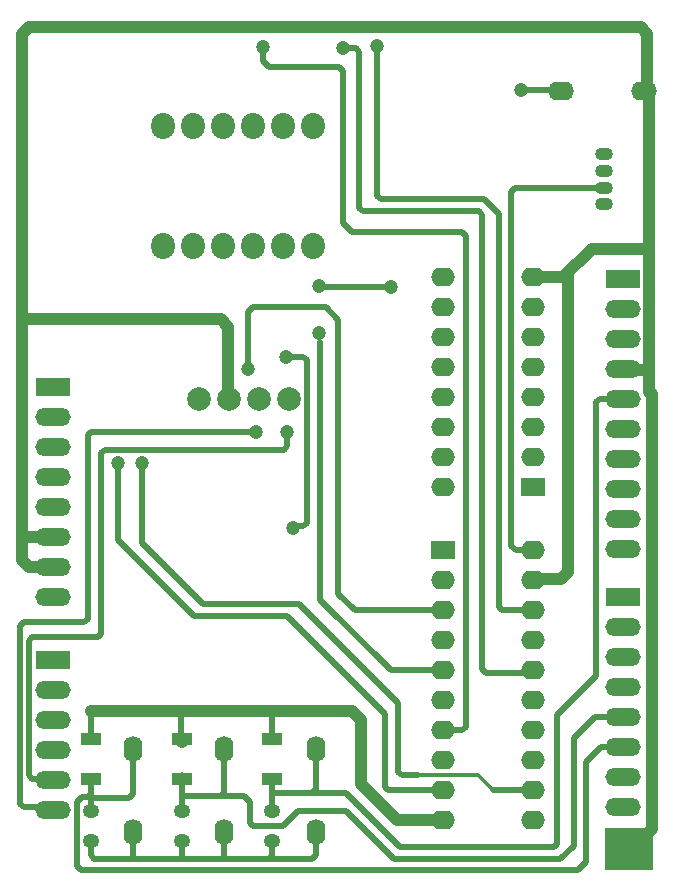
<source format=gbr>
G04*
G04 #@! TF.GenerationSoftware,Altium Limited,Altium Designer,24.2.2 (26)*
G04*
G04 Layer_Physical_Order=1*
G04 Layer_Color=255*
%FSLAX44Y44*%
%MOMM*%
G71*
G04*
G04 #@! TF.SameCoordinates,78B911D5-5985-4408-A007-20F9D0B7CA3B*
G04*
G04*
G04 #@! TF.FilePolarity,Positive*
G04*
G01*
G75*
%ADD14R,1.7000X1.0500*%
%ADD15O,2.2000X1.6000*%
%ADD16O,1.6000X2.2000*%
%ADD29C,0.5000*%
%ADD30C,1.0000*%
%ADD31C,0.3000*%
%ADD32R,4.0640X3.5560*%
%ADD33O,1.4000X1.2000*%
%ADD34O,2.0000X2.2000*%
%ADD35O,3.0000X1.5000*%
%ADD36R,3.0000X1.5000*%
%ADD37O,1.5000X1.1000*%
%ADD38O,2.0000X1.6000*%
%ADD39C,2.0000*%
%ADD40R,2.0000X1.6000*%
%ADD41C,1.2000*%
D14*
X222250Y84570D02*
D03*
Y118070D02*
D03*
X68580Y84570D02*
D03*
Y118070D02*
D03*
X146050Y84570D02*
D03*
Y118070D02*
D03*
D15*
X536650Y666750D02*
D03*
X466650D02*
D03*
D16*
X259080Y39930D02*
D03*
Y109930D02*
D03*
X181610Y39930D02*
D03*
Y109930D02*
D03*
X104140Y39930D02*
D03*
Y109930D02*
D03*
D29*
X60079Y7620D02*
X481330D01*
X57150Y36469D02*
Y64671D01*
X57080Y36399D02*
X57150Y36469D01*
X57080Y10619D02*
X60079Y7620D01*
X57080Y10619D02*
Y36399D01*
X57150Y64671D02*
X61319Y68840D01*
X18819Y84522D02*
X36128D01*
X15890Y87451D02*
X18819Y84522D01*
X15890Y87451D02*
Y201541D01*
X36128Y84522D02*
X36830Y83820D01*
X18819Y204470D02*
X74541D01*
X15890Y201541D02*
X18819Y204470D01*
X222250Y57750D02*
Y72675D01*
X222250D02*
Y84570D01*
Y72675D02*
X256151D01*
X145415Y71120D02*
Y82665D01*
X146050Y83300D01*
X145415Y57750D02*
Y71120D01*
X146685Y69850D02*
X178681D01*
X145415Y71120D02*
X146685Y69850D01*
X145415Y83935D02*
Y87600D01*
Y83935D02*
X146050Y83300D01*
X68580Y71820D02*
Y84570D01*
X68580Y57450D02*
Y68580D01*
X104140Y71509D02*
Y109930D01*
X101211Y68580D02*
X104140Y71509D01*
X68580Y68580D02*
X101211D01*
X65600Y68840D02*
X66960Y70200D01*
X61319Y68840D02*
X65600D01*
X481330Y7620D02*
X487680Y13970D01*
Y99060D01*
X500380Y111760D01*
X519430D01*
X424380Y581860D02*
X427741Y585221D01*
X502920D01*
X424380Y282129D02*
Y581860D01*
Y282129D02*
X428379Y278130D01*
X443230D01*
X328930Y90559D02*
Y148590D01*
X163830Y232410D02*
X245110D01*
X328930Y148590D01*
X234950Y222250D02*
X317500Y139700D01*
Y77859D02*
Y139700D01*
X156210Y222250D02*
X234950D01*
X314079Y575310D02*
X401320D01*
X414020Y230259D02*
Y562610D01*
X401320Y575310D02*
X414020Y562610D01*
X80399Y363220D02*
X232021D01*
X234950Y366149D02*
Y378460D01*
X232021Y363220D02*
X234950Y366149D01*
X68969Y378460D02*
X208280D01*
X66040Y375531D02*
X68969Y378460D01*
X77470Y207399D02*
Y360291D01*
X80399Y363220D01*
X74541Y204470D02*
X77470Y207399D01*
X8890Y63262D02*
X11819Y60333D01*
X34917D01*
X8890Y63262D02*
Y214241D01*
X11819Y217170D02*
X63111D01*
X8890Y214241D02*
X11819Y217170D01*
X66040Y220099D02*
Y375531D01*
X63111Y217170D02*
X66040Y220099D01*
X34917Y60333D02*
X36830Y58420D01*
X262890Y236220D02*
X322580Y176530D01*
X262890Y236220D02*
Y454660D01*
X322580Y176530D02*
X367030D01*
X91440Y287020D02*
X156210Y222250D01*
X91440Y287020D02*
Y350520D01*
X111760Y284480D02*
Y354330D01*
Y284480D02*
X163830Y232410D01*
X499499Y406400D02*
X519430D01*
X496570Y403471D02*
X499499Y406400D01*
X496570Y171450D02*
Y403471D01*
X463550Y138430D02*
X496570Y171450D01*
X240030Y297180D02*
X241116Y298266D01*
X248531D01*
X251460Y301195D01*
Y439031D01*
X233680Y441960D02*
X248531D01*
X251460Y439031D01*
X201930Y431800D02*
Y479671D01*
X206129Y483870D01*
X267581D02*
X278130Y473321D01*
X206129Y483870D02*
X267581D01*
X278130Y241300D02*
Y473321D01*
Y241300D02*
X292100Y227330D01*
X367030D01*
X433070Y668020D02*
X433705Y667385D01*
X466015D01*
X466650Y666750D01*
X311150Y578239D02*
Y704850D01*
X284195Y72675D02*
X330200Y26670D01*
X256151Y72675D02*
X284195D01*
X330200Y26670D02*
X460621D01*
X325120Y16510D02*
X466090D01*
X243840Y57150D02*
X284480D01*
X325120Y16510D01*
X222250Y115600D02*
Y142240D01*
X466090Y16510D02*
X477520Y27940D01*
X495300Y137160D02*
X519430D01*
X477520Y27940D02*
Y119380D01*
X495300Y137160D01*
X463550Y29599D02*
Y138430D01*
X144780Y116235D02*
Y139700D01*
X68580Y115600D02*
Y141851D01*
X102870Y17093D02*
X104140Y18363D01*
X256151Y17093D02*
X259080Y20022D01*
X181610Y18363D02*
Y39930D01*
X219710Y17093D02*
X256151D01*
X68580Y20022D02*
Y31750D01*
X219710Y17093D02*
X222250Y19633D01*
X71509Y17093D02*
X102870D01*
X104140Y18363D02*
Y39930D01*
X222250Y19633D02*
Y31750D01*
X259080Y20022D02*
Y39930D01*
X144780Y17093D02*
X180340D01*
X145415Y17728D02*
Y31750D01*
X180340Y17093D02*
X219710D01*
X102870D02*
X144780D01*
X145415Y17728D01*
X180340Y17093D02*
X181610Y18363D01*
X68580Y20022D02*
X71509Y17093D01*
X231140Y44450D02*
X243840Y57150D01*
X203200Y47379D02*
Y64770D01*
Y47379D02*
X206129Y44450D01*
X231140D01*
X198120Y69850D02*
X203200Y64770D01*
X178681Y69850D02*
X198120D01*
X460621Y26670D02*
X463550Y29599D01*
X320429Y74930D02*
X367030D01*
X317500Y77859D02*
X320429Y74930D01*
X331859Y87630D02*
X345440D01*
X328930Y90559D02*
X331859Y87630D01*
X256151Y72675D02*
X259080Y75604D01*
X281940Y554990D02*
Y684141D01*
X214511Y703905D02*
X214630Y703785D01*
Y692150D02*
Y703785D01*
Y692150D02*
X219710Y687070D01*
X279011D02*
X281940Y684141D01*
X219710Y687070D02*
X279011D01*
X282127Y703309D02*
X292981D01*
X295910Y700381D01*
Y568079D02*
Y700381D01*
X298839Y565150D02*
X397121D01*
X295910Y568079D02*
X298839Y565150D01*
X311150Y578239D02*
X314079Y575310D01*
X281940Y554990D02*
X289560Y547370D01*
X386080Y128659D02*
Y544441D01*
X383151Y547370D02*
X386080Y544441D01*
X289560Y547370D02*
X383151D01*
X367030Y125730D02*
X383151D01*
X386080Y128659D01*
X261844Y501426D02*
X322395D01*
X261620Y501650D02*
X261844Y501426D01*
X322395D02*
X322620Y501201D01*
X416949Y227330D02*
X443230D01*
X414020Y230259D02*
X416949Y227330D01*
X400050Y177354D02*
X402979Y174425D01*
X400050Y177354D02*
Y562221D01*
X397121Y565150D02*
X400050Y562221D01*
X402979Y174425D02*
X441125D01*
X443230Y176530D01*
X408728Y74930D02*
X443230D01*
X408728Y74930D02*
X408728Y74930D01*
X259080Y75604D02*
Y109930D01*
X181610Y72779D02*
Y109930D01*
X178681Y69850D02*
X181610Y72779D01*
D30*
X537210Y35560D02*
X543560Y41910D01*
X541430Y430843D02*
Y657892D01*
X543560Y41910D02*
Y410276D01*
X541430Y412406D02*
X543560Y410276D01*
X541430Y412406D02*
Y430843D01*
X538027Y666750D02*
X540798Y663978D01*
Y658524D02*
Y663978D01*
Y658524D02*
X541430Y657892D01*
X537210Y34290D02*
Y35560D01*
X536650Y666750D02*
X538027D01*
X520387Y430843D02*
X539750D01*
X443230Y509270D02*
X468630D01*
X539750Y666750D02*
Y715502D01*
Y17780D02*
Y34290D01*
X16018Y264160D02*
X36830D01*
X10160Y270018D02*
X16018Y264160D01*
X10160Y270018D02*
Y286631D01*
X327660Y49530D02*
X367030D01*
X468630Y509270D02*
X472440D01*
X538480Y16510D02*
X539750Y17780D01*
X492760Y533400D02*
X539750D01*
X468630Y509270D02*
X492760Y533400D01*
X444378Y253878D02*
X466582D01*
X472440Y259736D01*
Y509270D01*
X16018Y721360D02*
X533892D01*
X539750Y715502D01*
X222250Y142240D02*
X289560D01*
X68969D02*
X222250D01*
X10160Y473710D02*
Y715502D01*
Y286631D02*
Y473710D01*
X178292D01*
X184850Y408450D02*
Y467152D01*
X178292Y473710D02*
X184850Y467152D01*
X443230Y252730D02*
X444378Y253878D01*
X519430Y431800D02*
X520387Y430843D01*
X10160Y715502D02*
X16018Y721360D01*
X297180Y80010D02*
Y134620D01*
Y80010D02*
X327660Y49530D01*
X289560Y142240D02*
X297180Y134620D01*
X13089Y289560D02*
X36830D01*
X10160Y286631D02*
X13089Y289560D01*
X144780Y116235D02*
X145415Y115600D01*
D31*
X345440Y87630D02*
X396028D01*
X408728Y74930D01*
D32*
X524510Y25400D02*
D03*
D33*
X68580Y32050D02*
D03*
Y57450D02*
D03*
X145415Y32050D02*
D03*
Y57450D02*
D03*
X222250Y32050D02*
D03*
Y57450D02*
D03*
D34*
X129540Y535940D02*
D03*
X154940D02*
D03*
X180340D02*
D03*
X129540Y637540D02*
D03*
X154940D02*
D03*
X180340D02*
D03*
X205740Y535940D02*
D03*
X231140D02*
D03*
X256540D02*
D03*
X205740Y637540D02*
D03*
X231140D02*
D03*
X256540D02*
D03*
D35*
X36830Y238760D02*
D03*
Y264160D02*
D03*
Y289560D02*
D03*
Y314960D02*
D03*
Y340360D02*
D03*
Y365760D02*
D03*
Y391160D02*
D03*
X519430Y213360D02*
D03*
Y187960D02*
D03*
Y162560D02*
D03*
Y137160D02*
D03*
Y111760D02*
D03*
Y86360D02*
D03*
Y60960D02*
D03*
X36830Y58420D02*
D03*
Y83820D02*
D03*
Y109220D02*
D03*
Y134620D02*
D03*
Y160020D02*
D03*
X519430Y482600D02*
D03*
Y457200D02*
D03*
Y431800D02*
D03*
Y406400D02*
D03*
Y381000D02*
D03*
Y355600D02*
D03*
Y330200D02*
D03*
Y304800D02*
D03*
Y279400D02*
D03*
D36*
X36830Y416560D02*
D03*
X519430Y238760D02*
D03*
X36830Y185420D02*
D03*
X519430Y508000D02*
D03*
D37*
X502920Y571082D02*
D03*
Y585221D02*
D03*
Y599360D02*
D03*
Y613500D02*
D03*
D38*
X367030Y483870D02*
D03*
Y458470D02*
D03*
Y433070D02*
D03*
X443230Y356870D02*
D03*
Y382270D02*
D03*
Y407670D02*
D03*
Y433070D02*
D03*
Y458470D02*
D03*
Y483870D02*
D03*
X367030Y331470D02*
D03*
Y356870D02*
D03*
Y382270D02*
D03*
Y407670D02*
D03*
X443230Y509270D02*
D03*
X367030D02*
D03*
X443230Y49530D02*
D03*
Y74930D02*
D03*
X367030Y49530D02*
D03*
Y252730D02*
D03*
Y227330D02*
D03*
Y201930D02*
D03*
Y176530D02*
D03*
Y151130D02*
D03*
Y125730D02*
D03*
X443230Y278130D02*
D03*
Y252730D02*
D03*
Y227330D02*
D03*
Y201930D02*
D03*
Y176530D02*
D03*
Y151130D02*
D03*
Y125730D02*
D03*
X367030Y100330D02*
D03*
X443230D02*
D03*
X367030Y74930D02*
D03*
D39*
X160020Y406400D02*
D03*
X185420D02*
D03*
X210820D02*
D03*
X236220D02*
D03*
D40*
X443230Y331470D02*
D03*
X367030Y278130D02*
D03*
D41*
X208280Y378460D02*
D03*
X234950D02*
D03*
X91440Y351790D02*
D03*
X111760D02*
D03*
X537210Y16510D02*
D03*
X514350D02*
D03*
Y34290D02*
D03*
X537210D02*
D03*
X240030Y297180D02*
D03*
X233680Y441960D02*
D03*
X201930Y431800D02*
D03*
X311150Y704850D02*
D03*
X433070Y668020D02*
D03*
X214511Y703905D02*
D03*
X261620Y462280D02*
D03*
X322620Y501201D02*
D03*
X261620Y501650D02*
D03*
X282127Y703309D02*
D03*
M02*

</source>
